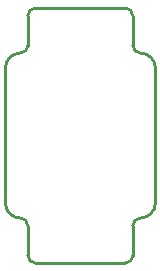
<source format=gko>
G04 Layer_Color=16711935*
%FSTAX24Y24*%
%MOIN*%
G70*
G01*
G75*
%ADD15C,0.0100*%
D15*
X02425Y0185D02*
G03*
X0245Y01825I00025J0D01*
G01*
X02425Y0195D02*
G03*
X024Y01975I-00025J0D01*
G01*
X0235Y02025D02*
G03*
X024Y01975I0005J0D01*
G01*
Y02525D02*
G03*
X0235Y02475I0J-0005D01*
G01*
X024Y02525D02*
G03*
X02425Y0255I0J00025D01*
G01*
X0245Y02675D02*
G03*
X02425Y0265I0J-00025D01*
G01*
X02775D02*
G03*
X0275Y02675I-00025J0D01*
G01*
X02775Y0255D02*
G03*
X028Y02525I00025J0D01*
G01*
X0285Y02475D02*
G03*
X028Y02525I-0005J0D01*
G01*
Y01975D02*
G03*
X0285Y02025I0J0005D01*
G01*
X028Y01975D02*
G03*
X02775Y0195I0J-00025D01*
G01*
X0275Y01825D02*
G03*
X02775Y0185I0J00025D01*
G01*
X0245Y01825D02*
X02475D01*
X02425Y0185D02*
Y0195D01*
X0235Y02025D02*
Y02475D01*
X02425Y0255D02*
Y0265D01*
X0245Y02675D02*
X0275D01*
X02775Y0255D02*
Y0265D01*
X0285Y02025D02*
Y02475D01*
X02775Y0185D02*
Y0195D01*
X02725Y01825D02*
X0275D01*
X02475D02*
X02725D01*
M02*

</source>
